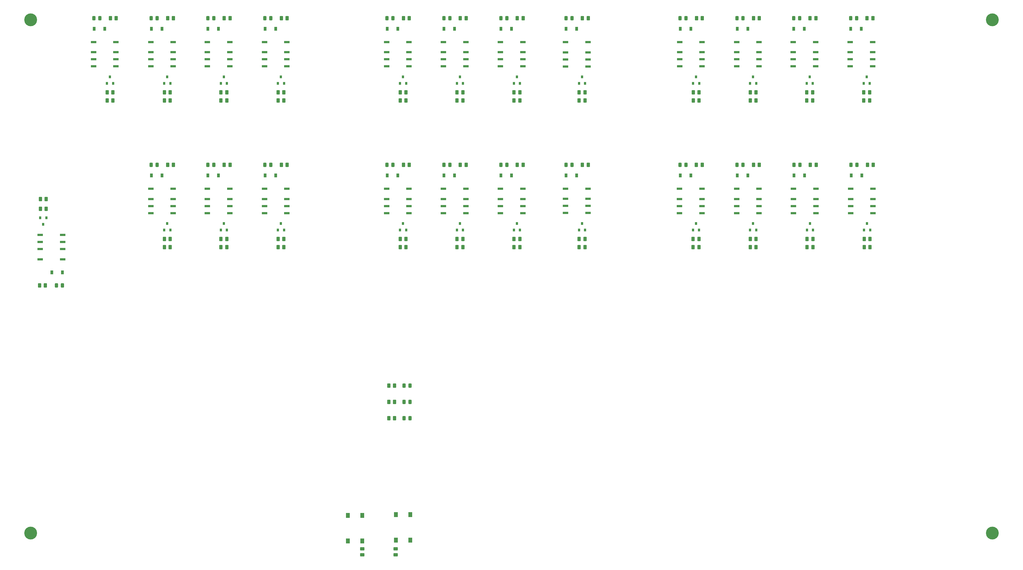
<source format=gbr>
%TF.GenerationSoftware,KiCad,Pcbnew,(5.99.0-12218-g749d2d5987)*%
%TF.CreationDate,2021-09-15T17:58:56+03:00*%
%TF.ProjectId,stend_main_stencil,7374656e-645f-46d6-9169-6e5f7374656e,rev*%
%TF.SameCoordinates,PX258bd10PYee998b0*%
%TF.FileFunction,Soldermask,Top*%
%TF.FilePolarity,Negative*%
%FSLAX46Y46*%
G04 Gerber Fmt 4.6, Leading zero omitted, Abs format (unit mm)*
G04 Created by KiCad (PCBNEW (5.99.0-12218-g749d2d5987)) date 2021-09-15 17:58:56*
%MOMM*%
%LPD*%
G01*
G04 APERTURE LIST*
G04 Aperture macros list*
%AMRoundRect*
0 Rectangle with rounded corners*
0 $1 Rounding radius*
0 $2 $3 $4 $5 $6 $7 $8 $9 X,Y pos of 4 corners*
0 Add a 4 corners polygon primitive as box body*
4,1,4,$2,$3,$4,$5,$6,$7,$8,$9,$2,$3,0*
0 Add four circle primitives for the rounded corners*
1,1,$1+$1,$2,$3*
1,1,$1+$1,$4,$5*
1,1,$1+$1,$6,$7*
1,1,$1+$1,$8,$9*
0 Add four rect primitives between the rounded corners*
20,1,$1+$1,$2,$3,$4,$5,0*
20,1,$1+$1,$4,$5,$6,$7,0*
20,1,$1+$1,$6,$7,$8,$9,0*
20,1,$1+$1,$8,$9,$2,$3,0*%
G04 Aperture macros list end*
%ADD10RoundRect,0.243750X0.243750X0.456250X-0.243750X0.456250X-0.243750X-0.456250X0.243750X-0.456250X0*%
%ADD11RoundRect,0.250000X-0.262500X-0.450000X0.262500X-0.450000X0.262500X0.450000X-0.262500X0.450000X0*%
%ADD12RoundRect,0.250000X0.262500X0.450000X-0.262500X0.450000X-0.262500X-0.450000X0.262500X-0.450000X0*%
%ADD13R,0.900000X1.200000*%
%ADD14R,0.800000X0.900000*%
%ADD15R,1.300000X1.550000*%
%ADD16R,1.800000X0.800000*%
%ADD17C,4.000000*%
%ADD18RoundRect,0.250000X-0.450000X0.262500X-0.450000X-0.262500X0.450000X-0.262500X0.450000X0.262500X0*%
%ADD19RoundRect,0.243750X-0.243750X-0.456250X0.243750X-0.456250X0.243750X0.456250X-0.243750X0.456250X0*%
%ADD20RoundRect,0.250000X0.450000X-0.262500X0.450000X0.262500X-0.450000X0.262500X-0.450000X-0.262500X0*%
G04 APERTURE END LIST*
D10*
%TO.C,VD1*%
X123365500Y60960000D03*
X121490500Y60960000D03*
%TD*%
D11*
%TO.C,R35*%
X121261500Y129783992D03*
X123086500Y129783992D03*
%TD*%
D12*
%TO.C,R66*%
X248943500Y149860000D03*
X247118500Y149860000D03*
%TD*%
D13*
%TO.C,VD49*%
X260859000Y172212000D03*
X264159000Y172212000D03*
%TD*%
D14*
%TO.C,VT9*%
X120208000Y155210000D03*
X122108000Y155210000D03*
X121158000Y157210000D03*
%TD*%
%TO.C,VT17*%
X211648000Y155210000D03*
X213548000Y155210000D03*
X212598000Y157210000D03*
%TD*%
D11*
%TO.C,R62*%
X230481500Y175514000D03*
X232306500Y175514000D03*
%TD*%
D13*
%TO.C,VD23*%
X116206000Y126482000D03*
X119506000Y126482000D03*
%TD*%
D12*
%TO.C,R80*%
X9548500Y92202000D03*
X7723500Y92202000D03*
%TD*%
D13*
%TO.C,VD19*%
X78106000Y126482000D03*
X81406000Y126482000D03*
%TD*%
D15*
%TO.C,S2*%
X108422000Y12535000D03*
X108422000Y20485000D03*
X103922000Y20485000D03*
X103922000Y12535000D03*
%TD*%
D16*
%TO.C,K22*%
X242981800Y122380000D03*
X242981800Y119180000D03*
X242981800Y116980000D03*
X242981800Y114780000D03*
X249981800Y114780000D03*
X249981800Y116980000D03*
X249981800Y119180000D03*
X249981800Y122380000D03*
%TD*%
D12*
%TO.C,R36*%
X139800500Y149860000D03*
X137975500Y149860000D03*
%TD*%
D11*
%TO.C,R1*%
X116689500Y60960000D03*
X118514500Y60960000D03*
%TD*%
D10*
%TO.C,VD46*%
X244985300Y129784000D03*
X243110300Y129784000D03*
%TD*%
D11*
%TO.C,R55*%
X211685500Y152410000D03*
X213510500Y152410000D03*
%TD*%
%TO.C,R77*%
X266041500Y129784000D03*
X267866500Y129784000D03*
%TD*%
%TO.C,R78*%
X7977500Y119126000D03*
X9802500Y119126000D03*
%TD*%
D12*
%TO.C,R60*%
X231290500Y149860000D03*
X229465500Y149860000D03*
%TD*%
D13*
%TO.C,VD15*%
X60292000Y126482000D03*
X63592000Y126482000D03*
%TD*%
D16*
%TO.C,K8*%
X77928000Y122380000D03*
X77928000Y119180000D03*
X77928000Y116980000D03*
X77928000Y114780000D03*
X84928000Y114780000D03*
X84928000Y116980000D03*
X84928000Y119180000D03*
X84928000Y122380000D03*
%TD*%
D13*
%TO.C,VD45*%
X243079000Y172212000D03*
X246379000Y172212000D03*
%TD*%
%TO.C,VD35*%
X172035200Y126492000D03*
X175335200Y126492000D03*
%TD*%
D12*
%TO.C,R15*%
X48491500Y104130000D03*
X46666500Y104130000D03*
%TD*%
D14*
%TO.C,VT6*%
X64294000Y109480000D03*
X66194000Y109480000D03*
X65244000Y111480000D03*
%TD*%
D11*
%TO.C,R37*%
X137975500Y152410000D03*
X139800500Y152410000D03*
%TD*%
D14*
%TO.C,VT15*%
X176037200Y155200000D03*
X177937200Y155200000D03*
X176987200Y157200000D03*
%TD*%
D11*
%TO.C,R38*%
X138991500Y175514000D03*
X140816500Y175514000D03*
%TD*%
D10*
%TO.C,VD26*%
X135761500Y129784000D03*
X133886500Y129784000D03*
%TD*%
D11*
%TO.C,R8*%
X29821500Y175514000D03*
X31646500Y175514000D03*
%TD*%
D10*
%TO.C,VD10*%
X44452500Y129784000D03*
X42577500Y129784000D03*
%TD*%
%TO.C,VD32*%
X173860700Y175504000D03*
X171985700Y175504000D03*
%TD*%
D16*
%TO.C,K18*%
X207444000Y122380000D03*
X207444000Y119180000D03*
X207444000Y116980000D03*
X207444000Y114780000D03*
X214444000Y114780000D03*
X214444000Y116980000D03*
X214444000Y119180000D03*
X214444000Y122380000D03*
%TD*%
%TO.C,K11*%
X133758000Y168110000D03*
X133758000Y164910000D03*
X133758000Y162710000D03*
X133758000Y160510000D03*
X140758000Y160510000D03*
X140758000Y162710000D03*
X140758000Y164910000D03*
X140758000Y168110000D03*
%TD*%
%TO.C,K12*%
X133758000Y122380000D03*
X133758000Y119180000D03*
X133758000Y116980000D03*
X133758000Y114780000D03*
X140758000Y114780000D03*
X140758000Y116980000D03*
X140758000Y119180000D03*
X140758000Y122380000D03*
%TD*%
%TO.C,K7*%
X77928000Y168110000D03*
X77928000Y164910000D03*
X77928000Y162710000D03*
X77928000Y160510000D03*
X84928000Y160510000D03*
X84928000Y162710000D03*
X84928000Y164910000D03*
X84928000Y168110000D03*
%TD*%
D14*
%TO.C,VT13*%
X155717000Y155210000D03*
X157617000Y155210000D03*
X156667000Y157210000D03*
%TD*%
D11*
%TO.C,R17*%
X47682500Y129784000D03*
X49507500Y129784000D03*
%TD*%
D16*
%TO.C,K10*%
X116028000Y122380000D03*
X116028000Y119180000D03*
X116028000Y116980000D03*
X116028000Y114780000D03*
X123028000Y114780000D03*
X123028000Y116980000D03*
X123028000Y119180000D03*
X123028000Y122380000D03*
%TD*%
D10*
%TO.C,VD22*%
X118031500Y129784000D03*
X116156500Y129784000D03*
%TD*%
D12*
%TO.C,R48*%
X177899700Y149850000D03*
X176074700Y149850000D03*
%TD*%
D11*
%TO.C,R29*%
X83161500Y129784000D03*
X84986500Y129784000D03*
%TD*%
D12*
%TO.C,R79*%
X9802500Y116078000D03*
X7977500Y116078000D03*
%TD*%
%TO.C,R75*%
X266850500Y104130000D03*
X265025500Y104130000D03*
%TD*%
D14*
%TO.C,VT18*%
X211624000Y109480000D03*
X213524000Y109480000D03*
X212574000Y111480000D03*
%TD*%
%TO.C,VT3*%
X46629000Y155210000D03*
X48529000Y155210000D03*
X47579000Y157210000D03*
%TD*%
D11*
%TO.C,R2*%
X116689500Y55880000D03*
X118514500Y55880000D03*
%TD*%
D14*
%TO.C,VT25*%
X9840000Y113268000D03*
X7940000Y113268000D03*
X8890000Y111268000D03*
%TD*%
D11*
%TO.C,R52*%
X176074700Y106690000D03*
X177899700Y106690000D03*
%TD*%
D10*
%TO.C,VD40*%
X227251500Y175514000D03*
X225376500Y175514000D03*
%TD*%
%TO.C,VD20*%
X118031500Y175514000D03*
X116156500Y175514000D03*
%TD*%
D14*
%TO.C,VT12*%
X137938000Y109480000D03*
X139838000Y109480000D03*
X138888000Y111480000D03*
%TD*%
%TO.C,VT8*%
X82108000Y109480000D03*
X84008000Y109480000D03*
X83058000Y111480000D03*
%TD*%
D16*
%TO.C,K17*%
X207468000Y168110000D03*
X207468000Y164910000D03*
X207468000Y162710000D03*
X207468000Y160510000D03*
X214468000Y160510000D03*
X214468000Y162710000D03*
X214468000Y164910000D03*
X214468000Y168110000D03*
%TD*%
D11*
%TO.C,R20*%
X65347500Y175514000D03*
X67172500Y175514000D03*
%TD*%
%TO.C,R56*%
X212701500Y175514000D03*
X214526500Y175514000D03*
%TD*%
D10*
%TO.C,VD44*%
X244904500Y175514000D03*
X243029500Y175514000D03*
%TD*%
D16*
%TO.C,K25*%
X14940000Y100352000D03*
X14940000Y103552000D03*
X14940000Y105752000D03*
X14940000Y107952000D03*
X7940000Y107952000D03*
X7940000Y105752000D03*
X7940000Y103552000D03*
X7940000Y100352000D03*
%TD*%
D14*
%TO.C,VT7*%
X82108000Y155210000D03*
X84008000Y155210000D03*
X83058000Y157210000D03*
%TD*%
D10*
%TO.C,VD14*%
X62117500Y129784000D03*
X60242500Y129784000D03*
%TD*%
%TO.C,VD2*%
X123365500Y55880000D03*
X121490500Y55880000D03*
%TD*%
D14*
%TO.C,VT11*%
X137938000Y155210000D03*
X139838000Y155210000D03*
X138888000Y157210000D03*
%TD*%
D12*
%TO.C,R21*%
X66156500Y104130000D03*
X64331500Y104130000D03*
%TD*%
D13*
%TO.C,VD41*%
X225426000Y172212000D03*
X228726000Y172212000D03*
%TD*%
D17*
%TO.C,PCB1*%
X305000000Y175000000D03*
X5000000Y15000000D03*
X5000000Y175000000D03*
X305000000Y15000000D03*
%TD*%
D12*
%TO.C,R63*%
X231288500Y104130000D03*
X229463500Y104130000D03*
%TD*%
%TO.C,R45*%
X157579500Y104130000D03*
X155754500Y104130000D03*
%TD*%
D13*
%TO.C,VD47*%
X243159800Y126482000D03*
X246459800Y126482000D03*
%TD*%
D10*
%TO.C,VD4*%
X26591500Y175514000D03*
X24716500Y175514000D03*
%TD*%
D11*
%TO.C,R16*%
X46666500Y106680000D03*
X48491500Y106680000D03*
%TD*%
D14*
%TO.C,VT19*%
X229428000Y155210000D03*
X231328000Y155210000D03*
X230378000Y157210000D03*
%TD*%
%TO.C,VT4*%
X46629000Y109480000D03*
X48529000Y109480000D03*
X47579000Y111480000D03*
%TD*%
D11*
%TO.C,R3*%
X116689500Y50800000D03*
X118514500Y50800000D03*
%TD*%
D12*
%TO.C,R12*%
X48491500Y149860000D03*
X46666500Y149860000D03*
%TD*%
D18*
%TO.C,R4*%
X118872000Y10056500D03*
X118872000Y8231500D03*
%TD*%
D16*
%TO.C,K6*%
X60114000Y122380000D03*
X60114000Y119180000D03*
X60114000Y116980000D03*
X60114000Y114780000D03*
X67114000Y114780000D03*
X67114000Y116980000D03*
X67114000Y119180000D03*
X67114000Y122380000D03*
%TD*%
D13*
%TO.C,VD17*%
X78106000Y172212000D03*
X81406000Y172212000D03*
%TD*%
D11*
%TO.C,R61*%
X229465500Y152410000D03*
X231290500Y152410000D03*
%TD*%
D14*
%TO.C,VT5*%
X64294000Y155210000D03*
X66194000Y155210000D03*
X65244000Y157210000D03*
%TD*%
D11*
%TO.C,R22*%
X64331500Y106680000D03*
X66156500Y106680000D03*
%TD*%
D16*
%TO.C,K1*%
X24588000Y168110000D03*
X24588000Y164910000D03*
X24588000Y162710000D03*
X24588000Y160510000D03*
X31588000Y160510000D03*
X31588000Y162710000D03*
X31588000Y164910000D03*
X31588000Y168110000D03*
%TD*%
D11*
%TO.C,R32*%
X121261500Y175514000D03*
X123086500Y175514000D03*
%TD*%
%TO.C,R64*%
X229463500Y106680000D03*
X231288500Y106680000D03*
%TD*%
%TO.C,R31*%
X120245500Y152410000D03*
X122070500Y152410000D03*
%TD*%
%TO.C,R70*%
X247199300Y106680000D03*
X249024300Y106680000D03*
%TD*%
%TO.C,R26*%
X83161500Y175514000D03*
X84986500Y175514000D03*
%TD*%
D10*
%TO.C,VD18*%
X79931500Y129784000D03*
X78056500Y129784000D03*
%TD*%
D16*
%TO.C,K14*%
X151537000Y122380000D03*
X151537000Y119180000D03*
X151537000Y116980000D03*
X151537000Y114780000D03*
X158537000Y114780000D03*
X158537000Y116980000D03*
X158537000Y119180000D03*
X158537000Y122380000D03*
%TD*%
D11*
%TO.C,R68*%
X248134500Y175514000D03*
X249959500Y175514000D03*
%TD*%
%TO.C,R28*%
X82145500Y106680000D03*
X83970500Y106680000D03*
%TD*%
%TO.C,R59*%
X212677500Y129784000D03*
X214502500Y129784000D03*
%TD*%
D12*
%TO.C,R57*%
X213486500Y104130000D03*
X211661500Y104130000D03*
%TD*%
D11*
%TO.C,R14*%
X47682500Y175514000D03*
X49507500Y175514000D03*
%TD*%
D12*
%TO.C,R42*%
X157579500Y149860000D03*
X155754500Y149860000D03*
%TD*%
D14*
%TO.C,VT1*%
X28768000Y155210000D03*
X30668000Y155210000D03*
X29718000Y157210000D03*
%TD*%
D12*
%TO.C,R33*%
X122070500Y104130000D03*
X120245500Y104130000D03*
%TD*%
D15*
%TO.C,S1*%
X118908000Y20739000D03*
X118908000Y12789000D03*
X123408000Y20739000D03*
X123408000Y12789000D03*
%TD*%
D11*
%TO.C,R67*%
X247118500Y152410000D03*
X248943500Y152410000D03*
%TD*%
D16*
%TO.C,K5*%
X60114000Y168110000D03*
X60114000Y164910000D03*
X60114000Y162710000D03*
X60114000Y160510000D03*
X67114000Y160510000D03*
X67114000Y162710000D03*
X67114000Y164910000D03*
X67114000Y168110000D03*
%TD*%
D13*
%TO.C,VD51*%
X260986000Y126482000D03*
X264286000Y126482000D03*
%TD*%
D11*
%TO.C,R49*%
X176074700Y152400000D03*
X177899700Y152400000D03*
%TD*%
D14*
%TO.C,VT20*%
X229426000Y109480000D03*
X231326000Y109480000D03*
X230376000Y111480000D03*
%TD*%
D19*
%TO.C,VD52*%
X13032500Y92202000D03*
X14907500Y92202000D03*
%TD*%
D10*
%TO.C,VD34*%
X173860700Y129794000D03*
X171985700Y129794000D03*
%TD*%
D16*
%TO.C,K13*%
X151537000Y168110000D03*
X151537000Y164910000D03*
X151537000Y162710000D03*
X151537000Y160510000D03*
X158537000Y160510000D03*
X158537000Y162710000D03*
X158537000Y164910000D03*
X158537000Y168110000D03*
%TD*%
D11*
%TO.C,R34*%
X120245500Y106680000D03*
X122070500Y106680000D03*
%TD*%
%TO.C,R74*%
X265914500Y175514000D03*
X267739500Y175514000D03*
%TD*%
%TO.C,R19*%
X64331500Y152410000D03*
X66156500Y152410000D03*
%TD*%
D16*
%TO.C,K20*%
X225246000Y122380000D03*
X225246000Y119180000D03*
X225246000Y116980000D03*
X225246000Y114780000D03*
X232246000Y114780000D03*
X232246000Y116980000D03*
X232246000Y119180000D03*
X232246000Y122380000D03*
%TD*%
D12*
%TO.C,R24*%
X83970500Y149860000D03*
X82145500Y149860000D03*
%TD*%
D14*
%TO.C,VT21*%
X247081000Y155210000D03*
X248981000Y155210000D03*
X248031000Y157210000D03*
%TD*%
D11*
%TO.C,R41*%
X138991500Y129784000D03*
X140816500Y129784000D03*
%TD*%
D13*
%TO.C,VD21*%
X116206000Y172212000D03*
X119506000Y172212000D03*
%TD*%
D12*
%TO.C,R69*%
X249024300Y104130000D03*
X247199300Y104130000D03*
%TD*%
D13*
%TO.C,VD43*%
X225424000Y126482000D03*
X228724000Y126482000D03*
%TD*%
D12*
%TO.C,R30*%
X122070500Y149860000D03*
X120245500Y149860000D03*
%TD*%
D13*
%TO.C,VD29*%
X151715000Y172212000D03*
X155015000Y172212000D03*
%TD*%
D11*
%TO.C,R43*%
X155754500Y152410000D03*
X157579500Y152410000D03*
%TD*%
D16*
%TO.C,K24*%
X260808000Y122380000D03*
X260808000Y119180000D03*
X260808000Y116980000D03*
X260808000Y114780000D03*
X267808000Y114780000D03*
X267808000Y116980000D03*
X267808000Y119180000D03*
X267808000Y122380000D03*
%TD*%
D13*
%TO.C,VD33*%
X172035200Y172202000D03*
X175335200Y172202000D03*
%TD*%
%TO.C,VD37*%
X207646000Y172212000D03*
X210946000Y172212000D03*
%TD*%
D16*
%TO.C,K4*%
X42449000Y122380000D03*
X42449000Y119180000D03*
X42449000Y116980000D03*
X42449000Y114780000D03*
X49449000Y114780000D03*
X49449000Y116980000D03*
X49449000Y119180000D03*
X49449000Y122380000D03*
%TD*%
D11*
%TO.C,R46*%
X155754500Y106680000D03*
X157579500Y106680000D03*
%TD*%
D10*
%TO.C,VD48*%
X262684500Y175514000D03*
X260809500Y175514000D03*
%TD*%
D11*
%TO.C,R7*%
X28805500Y152410000D03*
X30630500Y152410000D03*
%TD*%
%TO.C,R76*%
X265025500Y106680000D03*
X266850500Y106680000D03*
%TD*%
%TO.C,R71*%
X248215300Y129784000D03*
X250040300Y129784000D03*
%TD*%
D13*
%TO.C,VD9*%
X42627000Y172212000D03*
X45927000Y172212000D03*
%TD*%
D12*
%TO.C,R51*%
X177899700Y104140000D03*
X176074700Y104140000D03*
%TD*%
D13*
%TO.C,VD53*%
X14858000Y96266000D03*
X11558000Y96266000D03*
%TD*%
D10*
%TO.C,VD3*%
X123365500Y50800000D03*
X121490500Y50800000D03*
%TD*%
D11*
%TO.C,R23*%
X65347500Y129784000D03*
X67172500Y129784000D03*
%TD*%
D13*
%TO.C,VD13*%
X60292000Y172212000D03*
X63592000Y172212000D03*
%TD*%
%TO.C,VD11*%
X42627000Y126482000D03*
X45927000Y126482000D03*
%TD*%
D12*
%TO.C,R54*%
X213510500Y149860000D03*
X211685500Y149860000D03*
%TD*%
D16*
%TO.C,K16*%
X171857200Y122390000D03*
X171857200Y119190000D03*
X171857200Y116990000D03*
X171857200Y114790000D03*
X178857200Y114790000D03*
X178857200Y116990000D03*
X178857200Y119190000D03*
X178857200Y122390000D03*
%TD*%
D12*
%TO.C,R72*%
X266723500Y149860000D03*
X264898500Y149860000D03*
%TD*%
D10*
%TO.C,VD30*%
X153540500Y129784000D03*
X151665500Y129784000D03*
%TD*%
%TO.C,VD16*%
X79931500Y175514000D03*
X78056500Y175514000D03*
%TD*%
%TO.C,VD42*%
X227249500Y129784000D03*
X225374500Y129784000D03*
%TD*%
D14*
%TO.C,VT23*%
X264861000Y155210000D03*
X266761000Y155210000D03*
X265811000Y157210000D03*
%TD*%
D11*
%TO.C,R65*%
X230479500Y129784000D03*
X232304500Y129784000D03*
%TD*%
D13*
%TO.C,VD27*%
X133936000Y126482000D03*
X137236000Y126482000D03*
%TD*%
D16*
%TO.C,K19*%
X225248000Y168110000D03*
X225248000Y164910000D03*
X225248000Y162710000D03*
X225248000Y160510000D03*
X232248000Y160510000D03*
X232248000Y162710000D03*
X232248000Y164910000D03*
X232248000Y168110000D03*
%TD*%
D12*
%TO.C,R18*%
X66156500Y149860000D03*
X64331500Y149860000D03*
%TD*%
D20*
%TO.C,R5*%
X108458000Y8231500D03*
X108458000Y10056500D03*
%TD*%
D13*
%TO.C,VD5*%
X24766000Y172212000D03*
X28066000Y172212000D03*
%TD*%
D14*
%TO.C,VT22*%
X247161800Y109480000D03*
X249061800Y109480000D03*
X248111800Y111480000D03*
%TD*%
%TO.C,VT16*%
X176037200Y109490000D03*
X177937200Y109490000D03*
X176987200Y111490000D03*
%TD*%
D13*
%TO.C,VD31*%
X151715000Y126482000D03*
X155015000Y126482000D03*
%TD*%
D11*
%TO.C,R58*%
X211661500Y106680000D03*
X213486500Y106680000D03*
%TD*%
D10*
%TO.C,VD28*%
X153540500Y175514000D03*
X151665500Y175514000D03*
%TD*%
D12*
%TO.C,R39*%
X139800500Y104130000D03*
X137975500Y104130000D03*
%TD*%
D13*
%TO.C,VD39*%
X207622000Y126482000D03*
X210922000Y126482000D03*
%TD*%
D11*
%TO.C,R25*%
X82145500Y152410000D03*
X83970500Y152410000D03*
%TD*%
%TO.C,R13*%
X46666500Y152410000D03*
X48491500Y152410000D03*
%TD*%
D10*
%TO.C,VD36*%
X209471500Y175514000D03*
X207596500Y175514000D03*
%TD*%
D16*
%TO.C,K21*%
X242901000Y168110000D03*
X242901000Y164910000D03*
X242901000Y162710000D03*
X242901000Y160510000D03*
X249901000Y160510000D03*
X249901000Y162710000D03*
X249901000Y164910000D03*
X249901000Y168110000D03*
%TD*%
D14*
%TO.C,VT14*%
X155717000Y109480000D03*
X157617000Y109480000D03*
X156667000Y111480000D03*
%TD*%
D11*
%TO.C,R50*%
X177090700Y175504000D03*
X178915700Y175504000D03*
%TD*%
D12*
%TO.C,R6*%
X30630500Y149860000D03*
X28805500Y149860000D03*
%TD*%
D10*
%TO.C,VD12*%
X62117500Y175514000D03*
X60242500Y175514000D03*
%TD*%
D16*
%TO.C,K3*%
X42449000Y168110000D03*
X42449000Y164910000D03*
X42449000Y162710000D03*
X42449000Y160510000D03*
X49449000Y160510000D03*
X49449000Y162710000D03*
X49449000Y164910000D03*
X49449000Y168110000D03*
%TD*%
%TO.C,K15*%
X171857200Y168100000D03*
X171857200Y164900000D03*
X171857200Y162700000D03*
X171857200Y160500000D03*
X178857200Y160500000D03*
X178857200Y162700000D03*
X178857200Y164900000D03*
X178857200Y168100000D03*
%TD*%
D14*
%TO.C,VT10*%
X120208000Y109480000D03*
X122108000Y109480000D03*
X121158000Y111480000D03*
%TD*%
D10*
%TO.C,VD38*%
X209447500Y129784000D03*
X207572500Y129784000D03*
%TD*%
%TO.C,VD50*%
X262811500Y129784000D03*
X260936500Y129784000D03*
%TD*%
%TO.C,VD24*%
X135761500Y175514000D03*
X133886500Y175514000D03*
%TD*%
D11*
%TO.C,R47*%
X156770500Y129784000D03*
X158595500Y129784000D03*
%TD*%
D12*
%TO.C,R27*%
X83970500Y104130000D03*
X82145500Y104130000D03*
%TD*%
D16*
%TO.C,K23*%
X260681000Y168110000D03*
X260681000Y164910000D03*
X260681000Y162710000D03*
X260681000Y160510000D03*
X267681000Y160510000D03*
X267681000Y162710000D03*
X267681000Y164910000D03*
X267681000Y168110000D03*
%TD*%
D14*
%TO.C,VT24*%
X264988000Y109480000D03*
X266888000Y109480000D03*
X265938000Y111480000D03*
%TD*%
D11*
%TO.C,R53*%
X177090700Y129794000D03*
X178915700Y129794000D03*
%TD*%
%TO.C,R44*%
X156770500Y175514000D03*
X158595500Y175514000D03*
%TD*%
D16*
%TO.C,K9*%
X116028000Y168110000D03*
X116028000Y164910000D03*
X116028000Y162710000D03*
X116028000Y160510000D03*
X123028000Y160510000D03*
X123028000Y162710000D03*
X123028000Y164910000D03*
X123028000Y168110000D03*
%TD*%
D11*
%TO.C,R73*%
X264898500Y152410000D03*
X266723500Y152410000D03*
%TD*%
D13*
%TO.C,VD25*%
X133936000Y172212000D03*
X137236000Y172212000D03*
%TD*%
D11*
%TO.C,R40*%
X137975500Y106680000D03*
X139800500Y106680000D03*
%TD*%
D10*
%TO.C,VD8*%
X44452500Y175514000D03*
X42577500Y175514000D03*
%TD*%
M02*

</source>
